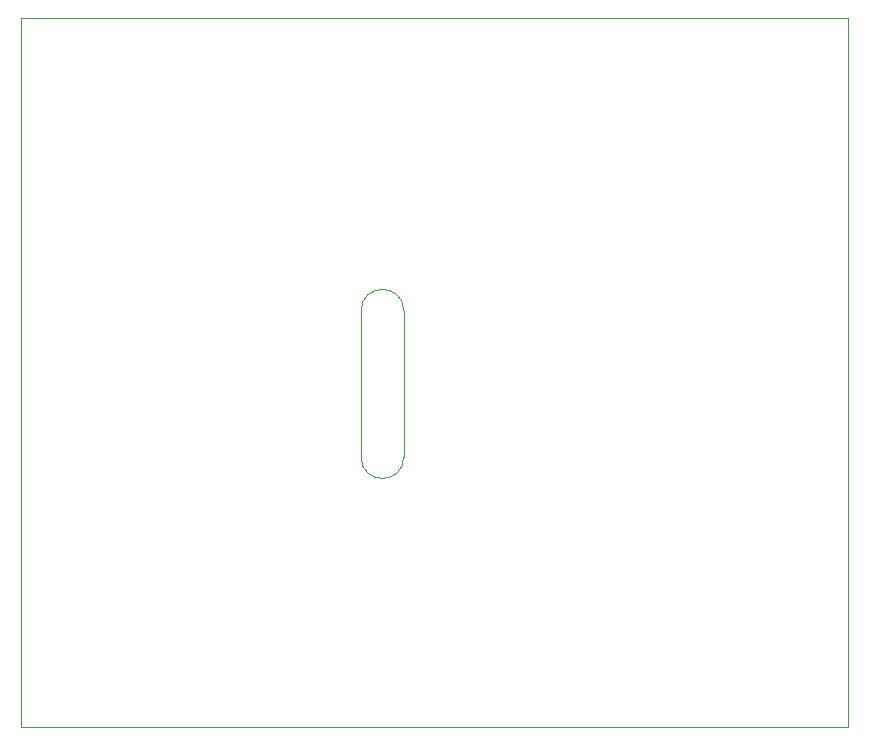
<source format=gbr>
G04 #@! TF.GenerationSoftware,KiCad,Pcbnew,8.0.6*
G04 #@! TF.CreationDate,2024-12-01T22:00:58+01:00*
G04 #@! TF.ProjectId,UCC25800,55434332-3538-4303-902e-6b696361645f,rev?*
G04 #@! TF.SameCoordinates,Original*
G04 #@! TF.FileFunction,Profile,NP*
%FSLAX46Y46*%
G04 Gerber Fmt 4.6, Leading zero omitted, Abs format (unit mm)*
G04 Created by KiCad (PCBNEW 8.0.6) date 2024-12-01 22:00:58*
%MOMM*%
%LPD*%
G01*
G04 APERTURE LIST*
G04 #@! TA.AperFunction,Profile*
%ADD10C,0.050000*%
G04 #@! TD*
G04 APERTURE END LIST*
D10*
X148800000Y-84755000D02*
X148800000Y-97155000D01*
X152400000Y-97155000D02*
G75*
G02*
X148800000Y-97155000I-1800000J0D01*
G01*
X152400000Y-84755000D02*
X152400000Y-97155000D01*
X120000000Y-60000000D02*
X190000000Y-60000000D01*
X190000000Y-120000000D01*
X120000000Y-120000000D01*
X120000000Y-60000000D01*
X148800000Y-84755000D02*
G75*
G02*
X152400000Y-84755000I1800000J0D01*
G01*
M02*

</source>
